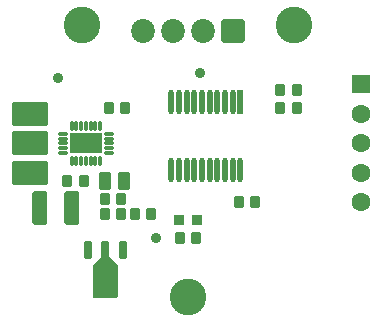
<source format=gts>
G04*
G04 #@! TF.GenerationSoftware,Altium Limited,Altium Designer,23.3.1 (30)*
G04*
G04 Layer_Color=8388736*
%FSLAX43Y43*%
%MOMM*%
G71*
G04*
G04 #@! TF.SameCoordinates,9844E55F-96F2-4D63-9416-53F8DD85CCA4*
G04*
G04*
G04 #@! TF.FilePolarity,Negative*
G04*
G01*
G75*
%ADD27C,0.900*%
G04:AMPARAMS|DCode=28|XSize=0.8mm|YSize=1mm|CornerRadius=0.12mm|HoleSize=0mm|Usage=FLASHONLY|Rotation=0.000|XOffset=0mm|YOffset=0mm|HoleType=Round|Shape=RoundedRectangle|*
%AMROUNDEDRECTD28*
21,1,0.800,0.760,0,0,0.0*
21,1,0.560,1.000,0,0,0.0*
1,1,0.240,0.280,-0.380*
1,1,0.240,-0.280,-0.380*
1,1,0.240,-0.280,0.380*
1,1,0.240,0.280,0.380*
%
%ADD28ROUNDEDRECTD28*%
%ADD29R,0.521X2.055*%
G04:AMPARAMS|DCode=30|XSize=2.055mm|YSize=0.521mm|CornerRadius=0.26mm|HoleSize=0mm|Usage=FLASHONLY|Rotation=270.000|XOffset=0mm|YOffset=0mm|HoleType=Round|Shape=RoundedRectangle|*
%AMROUNDEDRECTD30*
21,1,2.055,0.000,0,0,270.0*
21,1,1.534,0.521,0,0,270.0*
1,1,0.521,0.000,-0.767*
1,1,0.521,0.000,0.767*
1,1,0.521,0.000,0.767*
1,1,0.521,0.000,-0.767*
%
%ADD30ROUNDEDRECTD30*%
G04:AMPARAMS|DCode=31|XSize=0.3mm|YSize=0.8mm|CornerRadius=0.07mm|HoleSize=0mm|Usage=FLASHONLY|Rotation=0.000|XOffset=0mm|YOffset=0mm|HoleType=Round|Shape=RoundedRectangle|*
%AMROUNDEDRECTD31*
21,1,0.300,0.660,0,0,0.0*
21,1,0.160,0.800,0,0,0.0*
1,1,0.140,0.080,-0.330*
1,1,0.140,-0.080,-0.330*
1,1,0.140,-0.080,0.330*
1,1,0.140,0.080,0.330*
%
%ADD31ROUNDEDRECTD31*%
G04:AMPARAMS|DCode=32|XSize=0.3mm|YSize=0.8mm|CornerRadius=0.07mm|HoleSize=0mm|Usage=FLASHONLY|Rotation=270.000|XOffset=0mm|YOffset=0mm|HoleType=Round|Shape=RoundedRectangle|*
%AMROUNDEDRECTD32*
21,1,0.300,0.660,0,0,270.0*
21,1,0.160,0.800,0,0,270.0*
1,1,0.140,-0.330,-0.080*
1,1,0.140,-0.330,0.080*
1,1,0.140,0.330,0.080*
1,1,0.140,0.330,-0.080*
%
%ADD32ROUNDEDRECTD32*%
%ADD33R,2.800X1.800*%
G04:AMPARAMS|DCode=34|XSize=2.1mm|YSize=3.1mm|CornerRadius=0.25mm|HoleSize=0mm|Usage=FLASHONLY|Rotation=90.000|XOffset=0mm|YOffset=0mm|HoleType=Round|Shape=RoundedRectangle|*
%AMROUNDEDRECTD34*
21,1,2.100,2.600,0,0,90.0*
21,1,1.600,3.100,0,0,90.0*
1,1,0.500,1.300,0.800*
1,1,0.500,1.300,-0.800*
1,1,0.500,-1.300,-0.800*
1,1,0.500,-1.300,0.800*
%
%ADD34ROUNDEDRECTD34*%
G04:AMPARAMS|DCode=35|XSize=0.67mm|YSize=1.5mm|CornerRadius=0.107mm|HoleSize=0mm|Usage=FLASHONLY|Rotation=180.000|XOffset=0mm|YOffset=0mm|HoleType=Round|Shape=RoundedRectangle|*
%AMROUNDEDRECTD35*
21,1,0.670,1.286,0,0,180.0*
21,1,0.456,1.500,0,0,180.0*
1,1,0.214,-0.228,0.643*
1,1,0.214,0.228,0.643*
1,1,0.214,0.228,-0.643*
1,1,0.214,-0.228,-0.643*
%
%ADD35ROUNDEDRECTD35*%
G04:AMPARAMS|DCode=36|XSize=0.85mm|YSize=1.06mm|CornerRadius=0.125mm|HoleSize=0mm|Usage=FLASHONLY|Rotation=180.000|XOffset=0mm|YOffset=0mm|HoleType=Round|Shape=RoundedRectangle|*
%AMROUNDEDRECTD36*
21,1,0.850,0.810,0,0,180.0*
21,1,0.600,1.060,0,0,180.0*
1,1,0.250,-0.300,0.405*
1,1,0.250,0.300,0.405*
1,1,0.250,0.300,-0.405*
1,1,0.250,-0.300,-0.405*
%
%ADD36ROUNDEDRECTD36*%
G04:AMPARAMS|DCode=37|XSize=0.9mm|YSize=0.9mm|CornerRadius=0.13mm|HoleSize=0mm|Usage=FLASHONLY|Rotation=180.000|XOffset=0mm|YOffset=0mm|HoleType=Round|Shape=RoundedRectangle|*
%AMROUNDEDRECTD37*
21,1,0.900,0.640,0,0,180.0*
21,1,0.640,0.900,0,0,180.0*
1,1,0.260,-0.320,0.320*
1,1,0.260,0.320,0.320*
1,1,0.260,0.320,-0.320*
1,1,0.260,-0.320,-0.320*
%
%ADD37ROUNDEDRECTD37*%
G04:AMPARAMS|DCode=38|XSize=1.27mm|YSize=2.8mm|CornerRadius=0.167mm|HoleSize=0mm|Usage=FLASHONLY|Rotation=0.000|XOffset=0mm|YOffset=0mm|HoleType=Round|Shape=RoundedRectangle|*
%AMROUNDEDRECTD38*
21,1,1.270,2.466,0,0,0.0*
21,1,0.936,2.800,0,0,0.0*
1,1,0.334,0.468,-1.233*
1,1,0.334,-0.468,-1.233*
1,1,0.334,-0.468,1.233*
1,1,0.334,0.468,1.233*
%
%ADD38ROUNDEDRECTD38*%
G04:AMPARAMS|DCode=39|XSize=1.05mm|YSize=1.55mm|CornerRadius=0.145mm|HoleSize=0mm|Usage=FLASHONLY|Rotation=0.000|XOffset=0mm|YOffset=0mm|HoleType=Round|Shape=RoundedRectangle|*
%AMROUNDEDRECTD39*
21,1,1.050,1.260,0,0,0.0*
21,1,0.760,1.550,0,0,0.0*
1,1,0.290,0.380,-0.630*
1,1,0.290,-0.380,-0.630*
1,1,0.290,-0.380,0.630*
1,1,0.290,0.380,0.630*
%
%ADD39ROUNDEDRECTD39*%
%ADD40C,2.025*%
G04:AMPARAMS|DCode=41|XSize=2.025mm|YSize=2.025mm|CornerRadius=0.242mm|HoleSize=0mm|Usage=FLASHONLY|Rotation=180.000|XOffset=0mm|YOffset=0mm|HoleType=Round|Shape=RoundedRectangle|*
%AMROUNDEDRECTD41*
21,1,2.025,1.540,0,0,180.0*
21,1,1.540,2.025,0,0,180.0*
1,1,0.485,-0.770,0.770*
1,1,0.485,0.770,0.770*
1,1,0.485,0.770,-0.770*
1,1,0.485,-0.770,-0.770*
%
%ADD41ROUNDEDRECTD41*%
%ADD42C,1.600*%
G04:AMPARAMS|DCode=43|XSize=1.6mm|YSize=1.6mm|CornerRadius=0.2mm|HoleSize=0mm|Usage=FLASHONLY|Rotation=270.000|XOffset=0mm|YOffset=0mm|HoleType=Round|Shape=RoundedRectangle|*
%AMROUNDEDRECTD43*
21,1,1.600,1.200,0,0,270.0*
21,1,1.200,1.600,0,0,270.0*
1,1,0.400,-0.600,-0.600*
1,1,0.400,-0.600,0.600*
1,1,0.400,0.600,0.600*
1,1,0.400,0.600,-0.600*
%
%ADD43ROUNDEDRECTD43*%
%ADD44C,3.100*%
G36*
X-6710Y-9593D02*
X-6705Y-9594D01*
X-6698Y-9596D01*
X-6696Y-9597D01*
X-6687Y-9601D01*
X-6679Y-9607D01*
X-5964Y-10322D01*
X-5964Y-10322D01*
X-5961Y-10327D01*
X-5958Y-10330D01*
X-5956Y-10335D01*
X-5954Y-10339D01*
X-5951Y-10348D01*
X-5950Y-10358D01*
Y-13000D01*
X-5951Y-13010D01*
X-5954Y-13019D01*
X-5958Y-13028D01*
X-5964Y-13036D01*
X-5972Y-13042D01*
X-5981Y-13046D01*
X-5990Y-13049D01*
X-6000Y-13050D01*
X-8000D01*
X-8010Y-13049D01*
X-8019Y-13046D01*
X-8028Y-13042D01*
X-8036Y-13036D01*
X-8042Y-13028D01*
X-8046Y-13019D01*
X-8049Y-13010D01*
X-8050Y-13000D01*
Y-10358D01*
X-8050Y-10358D01*
X-8050Y-10353D01*
X-8049Y-10348D01*
X-8047Y-10341D01*
X-8046Y-10339D01*
X-8042Y-10330D01*
X-8036Y-10322D01*
X-7321Y-9607D01*
X-7321Y-9607D01*
X-7313Y-9601D01*
X-7304Y-9597D01*
X-7295Y-9594D01*
X-7285Y-9593D01*
X-6715Y-9593D01*
X-6715Y-9593D01*
X-6710Y-9593D01*
D02*
G37*
D27*
X-2750Y-8000D02*
D03*
X1000Y6000D02*
D03*
X-11000Y5500D02*
D03*
D28*
X-5665Y-5969D02*
D03*
X-7035D02*
D03*
Y-4699D02*
D03*
X-5665D02*
D03*
X5685Y-5000D02*
D03*
X4315Y-5000D02*
D03*
X685Y-8000D02*
D03*
X-685D02*
D03*
X-6685Y3000D02*
D03*
X-5315D02*
D03*
X9185D02*
D03*
X7815D02*
D03*
D29*
X4425Y3510D02*
D03*
D30*
X3775D02*
D03*
X3125D02*
D03*
X2475D02*
D03*
X1825D02*
D03*
X1175D02*
D03*
X525D02*
D03*
X-125D02*
D03*
X-775D02*
D03*
X-1425D02*
D03*
Y-2240D02*
D03*
X-775D02*
D03*
X-125D02*
D03*
X525D02*
D03*
X1175D02*
D03*
X1825D02*
D03*
X2475D02*
D03*
X3125D02*
D03*
X3775D02*
D03*
X4425D02*
D03*
D31*
X-7455Y1450D02*
D03*
X-7855D02*
D03*
X-8255D02*
D03*
X-8655D02*
D03*
X-9055D02*
D03*
X-9455D02*
D03*
X-9855D02*
D03*
Y-1450D02*
D03*
X-9455D02*
D03*
X-9055D02*
D03*
X-8655D02*
D03*
X-8255D02*
D03*
X-7855D02*
D03*
X-7455D02*
D03*
D32*
X-10605Y800D02*
D03*
Y400D02*
D03*
Y0D02*
D03*
Y-400D02*
D03*
Y-800D02*
D03*
X-6705D02*
D03*
Y-400D02*
D03*
Y0D02*
D03*
Y400D02*
D03*
Y800D02*
D03*
D33*
X-8655Y0D02*
D03*
D34*
X-13405Y2500D02*
D03*
X-13405Y0D02*
D03*
X-13405Y-2500D02*
D03*
D35*
X-8500Y-9000D02*
D03*
X-7000Y-9000D02*
D03*
X-5500Y-9000D02*
D03*
D36*
X-3110Y-5969D02*
D03*
X-4510D02*
D03*
X-10225Y-3175D02*
D03*
X-8825D02*
D03*
X9200Y4500D02*
D03*
X7800D02*
D03*
D37*
X-750Y-6500D02*
D03*
X750D02*
D03*
D38*
X-12496Y-5461D02*
D03*
X-9856D02*
D03*
D39*
X-5423Y-3175D02*
D03*
X-7023D02*
D03*
D40*
X-3810Y9500D02*
D03*
X-1270D02*
D03*
X1270D02*
D03*
D41*
X3810D02*
D03*
D42*
X14650Y0D02*
D03*
Y2500D02*
D03*
Y-2500D02*
D03*
Y-5000D02*
D03*
D43*
Y5000D02*
D03*
D44*
X9000Y10000D02*
D03*
X-9000D02*
D03*
X0Y-13000D02*
D03*
M02*

</source>
